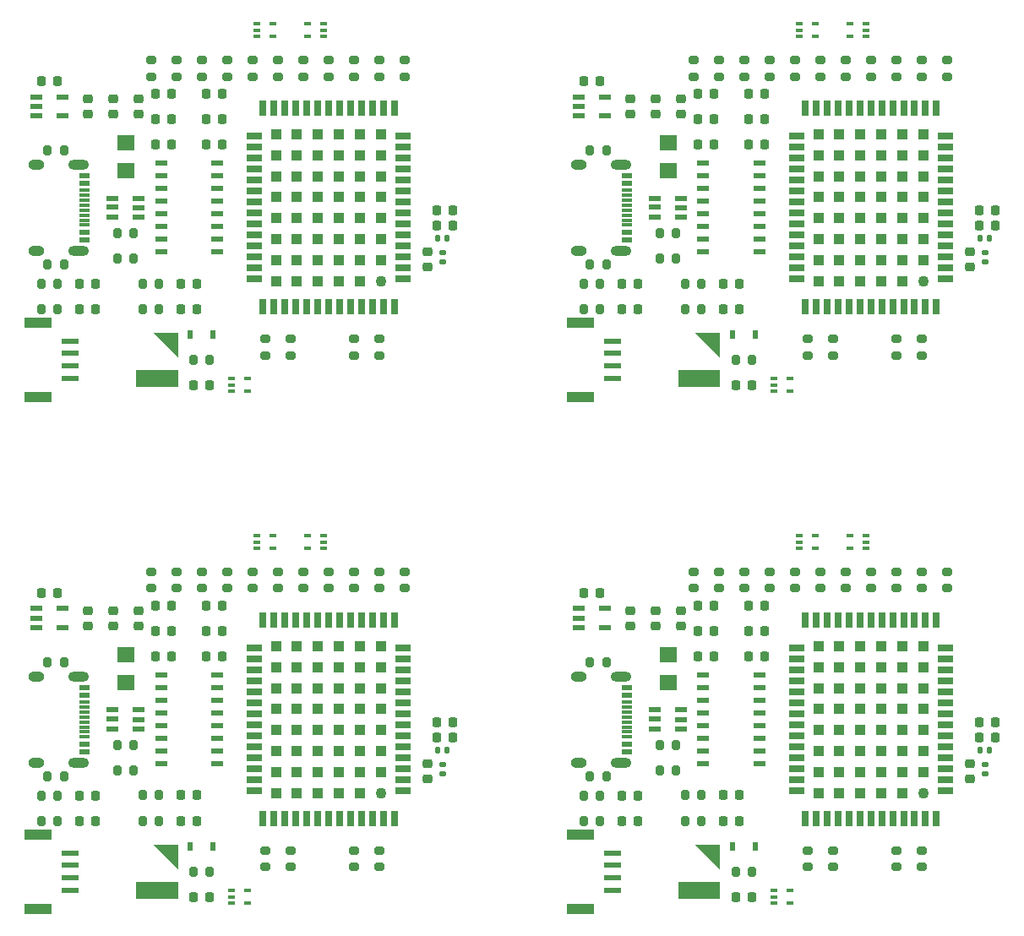
<source format=gtp>
%TF.GenerationSoftware,KiCad,Pcbnew,7.0.6*%
%TF.CreationDate,2023-09-13T14:16:39-06:00*%
%TF.ProjectId,SparkFun_GNSS_UM980_panelized,53706172-6b46-4756-9e5f-474e53535f55,rev?*%
%TF.SameCoordinates,Original*%
%TF.FileFunction,Paste,Top*%
%TF.FilePolarity,Positive*%
%FSLAX46Y46*%
G04 Gerber Fmt 4.6, Leading zero omitted, Abs format (unit mm)*
G04 Created by KiCad (PCBNEW 7.0.6) date 2023-09-13 14:16:39*
%MOMM*%
%LPD*%
G01*
G04 APERTURE LIST*
G04 Aperture macros list*
%AMRoundRect*
0 Rectangle with rounded corners*
0 $1 Rounding radius*
0 $2 $3 $4 $5 $6 $7 $8 $9 X,Y pos of 4 corners*
0 Add a 4 corners polygon primitive as box body*
4,1,4,$2,$3,$4,$5,$6,$7,$8,$9,$2,$3,0*
0 Add four circle primitives for the rounded corners*
1,1,$1+$1,$2,$3*
1,1,$1+$1,$4,$5*
1,1,$1+$1,$6,$7*
1,1,$1+$1,$8,$9*
0 Add four rect primitives between the rounded corners*
20,1,$1+$1,$2,$3,$4,$5,0*
20,1,$1+$1,$4,$5,$6,$7,0*
20,1,$1+$1,$6,$7,$8,$9,0*
20,1,$1+$1,$8,$9,$2,$3,0*%
G04 Aperture macros list end*
%ADD10R,1.500000X0.800000*%
%ADD11R,0.800000X1.500000*%
%ADD12R,1.100000X1.100000*%
%ADD13C,1.100000*%
%ADD14RoundRect,0.225000X-0.225000X-0.250000X0.225000X-0.250000X0.225000X0.250000X-0.225000X0.250000X0*%
%ADD15RoundRect,0.140000X0.170000X-0.140000X0.170000X0.140000X-0.170000X0.140000X-0.170000X-0.140000X0*%
%ADD16RoundRect,0.200000X-0.200000X-0.275000X0.200000X-0.275000X0.200000X0.275000X-0.200000X0.275000X0*%
%ADD17RoundRect,0.140000X0.140000X0.170000X-0.140000X0.170000X-0.140000X-0.170000X0.140000X-0.170000X0*%
%ADD18RoundRect,0.200000X-0.275000X0.200000X-0.275000X-0.200000X0.275000X-0.200000X0.275000X0.200000X0*%
%ADD19RoundRect,0.225000X0.225000X0.250000X-0.225000X0.250000X-0.225000X-0.250000X0.225000X-0.250000X0*%
%ADD20RoundRect,0.200000X0.275000X-0.200000X0.275000X0.200000X-0.275000X0.200000X-0.275000X-0.200000X0*%
%ADD21R,1.200000X0.550000*%
%ADD22R,0.700000X0.300000*%
%ADD23RoundRect,0.225000X-0.250000X0.225000X-0.250000X-0.225000X0.250000X-0.225000X0.250000X0.225000X0*%
%ADD24RoundRect,0.218750X0.218750X0.256250X-0.218750X0.256250X-0.218750X-0.256250X0.218750X-0.256250X0*%
%ADD25R,1.800000X1.600000*%
%ADD26RoundRect,0.200000X0.200000X0.275000X-0.200000X0.275000X-0.200000X-0.275000X0.200000X-0.275000X0*%
%ADD27R,1.200000X0.600000*%
%ADD28R,0.630000X0.830000*%
%ADD29R,1.700000X0.600000*%
%ADD30R,2.700000X1.000000*%
%ADD31R,1.000000X0.300000*%
%ADD32R,1.000000X0.600000*%
%ADD33O,1.600000X1.000000*%
%ADD34O,2.100000X1.000000*%
G04 APERTURE END LIST*
%TO.C,BT1*%
G36*
X69753000Y61679645D02*
G01*
X67267645Y64165000D01*
X69753000Y64165000D01*
X69753000Y61679645D01*
G37*
G36*
X69748000Y58760000D02*
G01*
X65548000Y58760000D01*
X65548000Y60460000D01*
X69748000Y60460000D01*
X69748000Y58760000D01*
G37*
G36*
X69753000Y10379645D02*
G01*
X67267645Y12865000D01*
X69753000Y12865000D01*
X69753000Y10379645D01*
G37*
G36*
X69748000Y7460000D02*
G01*
X65548000Y7460000D01*
X65548000Y9160000D01*
X69748000Y9160000D01*
X69748000Y7460000D01*
G37*
G36*
X15405000Y61679645D02*
G01*
X12919645Y64165000D01*
X15405000Y64165000D01*
X15405000Y61679645D01*
G37*
G36*
X15400000Y58760000D02*
G01*
X11200000Y58760000D01*
X11200000Y60460000D01*
X15400000Y60460000D01*
X15400000Y58760000D01*
G37*
G36*
X15405000Y10379645D02*
G01*
X12919645Y12865000D01*
X15405000Y12865000D01*
X15405000Y10379645D01*
G37*
G36*
X15400000Y7460000D02*
G01*
X11200000Y7460000D01*
X11200000Y9160000D01*
X15400000Y9160000D01*
X15400000Y7460000D01*
G37*
%TD*%
D10*
%TO.C,U5*%
X92278000Y69550000D03*
X92278000Y70650000D03*
X92278000Y71750000D03*
X92278000Y72850000D03*
X92278000Y73950000D03*
X92278000Y75050000D03*
X92278000Y76150000D03*
X92278000Y77250000D03*
X92278000Y78350000D03*
X92278000Y79450000D03*
X92278000Y80550000D03*
X92278000Y81650000D03*
X92278000Y82750000D03*
X92278000Y83850000D03*
D11*
X91428000Y86650000D03*
X90328000Y86650000D03*
X89228000Y86650000D03*
X88128000Y86650000D03*
X87028000Y86650000D03*
X85928000Y86650000D03*
X84828000Y86650000D03*
X83728000Y86650000D03*
X82628000Y86650000D03*
X81528000Y86650000D03*
X80428000Y86650000D03*
X79328000Y86650000D03*
X78228000Y86650000D03*
D10*
X77378000Y83850000D03*
X77378000Y82750000D03*
X77378000Y81650000D03*
X77378000Y80550000D03*
X77378000Y79450000D03*
X77378000Y78350000D03*
X77378000Y77250000D03*
X77378000Y76150000D03*
X77378000Y75050000D03*
X77378000Y73950000D03*
X77378000Y72850000D03*
X77378000Y71750000D03*
X77378000Y70650000D03*
X77378000Y69550000D03*
D11*
X78228000Y66750000D03*
X79328000Y66750000D03*
X80428000Y66750000D03*
X81528000Y66750000D03*
X82628000Y66750000D03*
X83728000Y66750000D03*
X84828000Y66750000D03*
X85928000Y66750000D03*
X87028000Y66750000D03*
X88128000Y66750000D03*
X89228000Y66750000D03*
X90328000Y66750000D03*
X91428000Y66750000D03*
D12*
X79578000Y69350000D03*
X81678000Y69350000D03*
X83778000Y69350000D03*
X85878000Y69350000D03*
X87978000Y69350000D03*
D13*
X90078000Y69350000D03*
D12*
X79578000Y71450000D03*
X81678000Y71450000D03*
X83778000Y71450000D03*
X85878000Y71450000D03*
X87978000Y71450000D03*
X90078000Y71450000D03*
X79578000Y73550000D03*
X81678000Y73550000D03*
X83778000Y73550000D03*
X85878000Y73550000D03*
X87978000Y73550000D03*
X90078000Y73550000D03*
X79578000Y75650000D03*
X81678000Y75650000D03*
X83778000Y75650000D03*
X85878000Y75650000D03*
X87978000Y75650000D03*
X90078000Y75650000D03*
X79578000Y77750000D03*
X81678000Y77750000D03*
X83778000Y77750000D03*
X85878000Y77750000D03*
X87978000Y77750000D03*
X90078000Y77750000D03*
X79578000Y79850000D03*
X81678000Y79850000D03*
X83778000Y79850000D03*
X85878000Y79850000D03*
X87978000Y79850000D03*
X90078000Y79850000D03*
X79578000Y81950000D03*
X81678000Y81950000D03*
X83778000Y81950000D03*
X85878000Y81950000D03*
X87978000Y81950000D03*
X90078000Y81950000D03*
X79578000Y84050000D03*
X81678000Y84050000D03*
X83778000Y84050000D03*
X85878000Y84050000D03*
X87978000Y84050000D03*
X90078000Y84050000D03*
%TD*%
D10*
%TO.C,U5*%
X92278000Y18250000D03*
X92278000Y19350000D03*
X92278000Y20450000D03*
X92278000Y21550000D03*
X92278000Y22650000D03*
X92278000Y23750000D03*
X92278000Y24850000D03*
X92278000Y25950000D03*
X92278000Y27050000D03*
X92278000Y28150000D03*
X92278000Y29250000D03*
X92278000Y30350000D03*
X92278000Y31450000D03*
X92278000Y32550000D03*
D11*
X91428000Y35350000D03*
X90328000Y35350000D03*
X89228000Y35350000D03*
X88128000Y35350000D03*
X87028000Y35350000D03*
X85928000Y35350000D03*
X84828000Y35350000D03*
X83728000Y35350000D03*
X82628000Y35350000D03*
X81528000Y35350000D03*
X80428000Y35350000D03*
X79328000Y35350000D03*
X78228000Y35350000D03*
D10*
X77378000Y32550000D03*
X77378000Y31450000D03*
X77378000Y30350000D03*
X77378000Y29250000D03*
X77378000Y28150000D03*
X77378000Y27050000D03*
X77378000Y25950000D03*
X77378000Y24850000D03*
X77378000Y23750000D03*
X77378000Y22650000D03*
X77378000Y21550000D03*
X77378000Y20450000D03*
X77378000Y19350000D03*
X77378000Y18250000D03*
D11*
X78228000Y15450000D03*
X79328000Y15450000D03*
X80428000Y15450000D03*
X81528000Y15450000D03*
X82628000Y15450000D03*
X83728000Y15450000D03*
X84828000Y15450000D03*
X85928000Y15450000D03*
X87028000Y15450000D03*
X88128000Y15450000D03*
X89228000Y15450000D03*
X90328000Y15450000D03*
X91428000Y15450000D03*
D12*
X79578000Y18050000D03*
X81678000Y18050000D03*
X83778000Y18050000D03*
X85878000Y18050000D03*
X87978000Y18050000D03*
D13*
X90078000Y18050000D03*
D12*
X79578000Y20150000D03*
X81678000Y20150000D03*
X83778000Y20150000D03*
X85878000Y20150000D03*
X87978000Y20150000D03*
X90078000Y20150000D03*
X79578000Y22250000D03*
X81678000Y22250000D03*
X83778000Y22250000D03*
X85878000Y22250000D03*
X87978000Y22250000D03*
X90078000Y22250000D03*
X79578000Y24350000D03*
X81678000Y24350000D03*
X83778000Y24350000D03*
X85878000Y24350000D03*
X87978000Y24350000D03*
X90078000Y24350000D03*
X79578000Y26450000D03*
X81678000Y26450000D03*
X83778000Y26450000D03*
X85878000Y26450000D03*
X87978000Y26450000D03*
X90078000Y26450000D03*
X79578000Y28550000D03*
X81678000Y28550000D03*
X83778000Y28550000D03*
X85878000Y28550000D03*
X87978000Y28550000D03*
X90078000Y28550000D03*
X79578000Y30650000D03*
X81678000Y30650000D03*
X83778000Y30650000D03*
X85878000Y30650000D03*
X87978000Y30650000D03*
X90078000Y30650000D03*
X79578000Y32750000D03*
X81678000Y32750000D03*
X83778000Y32750000D03*
X85878000Y32750000D03*
X87978000Y32750000D03*
X90078000Y32750000D03*
%TD*%
D10*
%TO.C,U5*%
X37930000Y69550000D03*
X37930000Y70650000D03*
X37930000Y71750000D03*
X37930000Y72850000D03*
X37930000Y73950000D03*
X37930000Y75050000D03*
X37930000Y76150000D03*
X37930000Y77250000D03*
X37930000Y78350000D03*
X37930000Y79450000D03*
X37930000Y80550000D03*
X37930000Y81650000D03*
X37930000Y82750000D03*
X37930000Y83850000D03*
D11*
X37080000Y86650000D03*
X35980000Y86650000D03*
X34880000Y86650000D03*
X33780000Y86650000D03*
X32680000Y86650000D03*
X31580000Y86650000D03*
X30480000Y86650000D03*
X29380000Y86650000D03*
X28280000Y86650000D03*
X27180000Y86650000D03*
X26080000Y86650000D03*
X24980000Y86650000D03*
X23880000Y86650000D03*
D10*
X23030000Y83850000D03*
X23030000Y82750000D03*
X23030000Y81650000D03*
X23030000Y80550000D03*
X23030000Y79450000D03*
X23030000Y78350000D03*
X23030000Y77250000D03*
X23030000Y76150000D03*
X23030000Y75050000D03*
X23030000Y73950000D03*
X23030000Y72850000D03*
X23030000Y71750000D03*
X23030000Y70650000D03*
X23030000Y69550000D03*
D11*
X23880000Y66750000D03*
X24980000Y66750000D03*
X26080000Y66750000D03*
X27180000Y66750000D03*
X28280000Y66750000D03*
X29380000Y66750000D03*
X30480000Y66750000D03*
X31580000Y66750000D03*
X32680000Y66750000D03*
X33780000Y66750000D03*
X34880000Y66750000D03*
X35980000Y66750000D03*
X37080000Y66750000D03*
D12*
X25230000Y69350000D03*
X27330000Y69350000D03*
X29430000Y69350000D03*
X31530000Y69350000D03*
X33630000Y69350000D03*
D13*
X35730000Y69350000D03*
D12*
X25230000Y71450000D03*
X27330000Y71450000D03*
X29430000Y71450000D03*
X31530000Y71450000D03*
X33630000Y71450000D03*
X35730000Y71450000D03*
X25230000Y73550000D03*
X27330000Y73550000D03*
X29430000Y73550000D03*
X31530000Y73550000D03*
X33630000Y73550000D03*
X35730000Y73550000D03*
X25230000Y75650000D03*
X27330000Y75650000D03*
X29430000Y75650000D03*
X31530000Y75650000D03*
X33630000Y75650000D03*
X35730000Y75650000D03*
X25230000Y77750000D03*
X27330000Y77750000D03*
X29430000Y77750000D03*
X31530000Y77750000D03*
X33630000Y77750000D03*
X35730000Y77750000D03*
X25230000Y79850000D03*
X27330000Y79850000D03*
X29430000Y79850000D03*
X31530000Y79850000D03*
X33630000Y79850000D03*
X35730000Y79850000D03*
X25230000Y81950000D03*
X27330000Y81950000D03*
X29430000Y81950000D03*
X31530000Y81950000D03*
X33630000Y81950000D03*
X35730000Y81950000D03*
X25230000Y84050000D03*
X27330000Y84050000D03*
X29430000Y84050000D03*
X31530000Y84050000D03*
X33630000Y84050000D03*
X35730000Y84050000D03*
%TD*%
D14*
%TO.C,C17*%
X72623000Y88130000D03*
X74173000Y88130000D03*
%TD*%
%TO.C,C17*%
X72623000Y36830000D03*
X74173000Y36830000D03*
%TD*%
%TO.C,C17*%
X18275000Y88130000D03*
X19825000Y88130000D03*
%TD*%
D15*
%TO.C,D6*%
X96258000Y71267000D03*
X96258000Y72227000D03*
%TD*%
%TO.C,D6*%
X96258000Y19967000D03*
X96258000Y20927000D03*
%TD*%
%TO.C,D6*%
X41910000Y71267000D03*
X41910000Y72227000D03*
%TD*%
D16*
%TO.C,R7*%
X71303000Y61460000D03*
X72953000Y61460000D03*
%TD*%
%TO.C,R7*%
X71303000Y10160000D03*
X72953000Y10160000D03*
%TD*%
%TO.C,R7*%
X16955000Y61460000D03*
X18605000Y61460000D03*
%TD*%
D17*
%TO.C,L1*%
X96738000Y73652000D03*
X95778000Y73652000D03*
%TD*%
%TO.C,L1*%
X96738000Y22352000D03*
X95778000Y22352000D03*
%TD*%
%TO.C,L1*%
X42390000Y73652000D03*
X41430000Y73652000D03*
%TD*%
D14*
%TO.C,C3*%
X71353000Y58920000D03*
X72903000Y58920000D03*
%TD*%
%TO.C,C3*%
X71353000Y7620000D03*
X72903000Y7620000D03*
%TD*%
%TO.C,C3*%
X17005000Y58920000D03*
X18555000Y58920000D03*
%TD*%
D18*
%TO.C,R30*%
X89908000Y63555000D03*
X89908000Y61905000D03*
%TD*%
%TO.C,R30*%
X89908000Y12255000D03*
X89908000Y10605000D03*
%TD*%
%TO.C,R30*%
X35560000Y63555000D03*
X35560000Y61905000D03*
%TD*%
D19*
%TO.C,C13*%
X69093000Y83050000D03*
X67543000Y83050000D03*
%TD*%
%TO.C,C13*%
X69093000Y31750000D03*
X67543000Y31750000D03*
%TD*%
%TO.C,C13*%
X14745000Y83050000D03*
X13195000Y83050000D03*
%TD*%
D20*
%TO.C,R17*%
X77208000Y89845000D03*
X77208000Y91495000D03*
%TD*%
%TO.C,R17*%
X77208000Y38545000D03*
X77208000Y40195000D03*
%TD*%
%TO.C,R17*%
X22860000Y89845000D03*
X22860000Y91495000D03*
%TD*%
D21*
%TO.C,U1*%
X65808100Y75750000D03*
X65808100Y76700000D03*
X65808100Y77650000D03*
X63207900Y77650000D03*
X63207900Y76750000D03*
X63207900Y75750000D03*
%TD*%
%TO.C,U1*%
X65808100Y24450000D03*
X65808100Y25400000D03*
X65808100Y26350000D03*
X63207900Y26350000D03*
X63207900Y25450000D03*
X63207900Y24450000D03*
%TD*%
%TO.C,U1*%
X11460100Y75750000D03*
X11460100Y76700000D03*
X11460100Y77650000D03*
X8859900Y77650000D03*
X8859900Y76750000D03*
X8859900Y75750000D03*
%TD*%
D14*
%TO.C,C1*%
X56113000Y89400000D03*
X57663000Y89400000D03*
%TD*%
%TO.C,C1*%
X56113000Y38100000D03*
X57663000Y38100000D03*
%TD*%
%TO.C,C1*%
X1765000Y89400000D03*
X3315000Y89400000D03*
%TD*%
D18*
%TO.C,R31*%
X87368000Y63555000D03*
X87368000Y61905000D03*
%TD*%
%TO.C,R31*%
X87368000Y12255000D03*
X87368000Y10605000D03*
%TD*%
%TO.C,R31*%
X33020000Y63555000D03*
X33020000Y61905000D03*
%TD*%
D20*
%TO.C,R32*%
X74668000Y89845000D03*
X74668000Y91495000D03*
%TD*%
%TO.C,R32*%
X74668000Y38545000D03*
X74668000Y40195000D03*
%TD*%
%TO.C,R32*%
X20320000Y89845000D03*
X20320000Y91495000D03*
%TD*%
D22*
%TO.C,D9*%
X75138000Y59570000D03*
X75138000Y58920000D03*
X75138000Y58270000D03*
X76738000Y58270000D03*
X76738000Y59570000D03*
%TD*%
%TO.C,D9*%
X75138000Y8270000D03*
X75138000Y7620000D03*
X75138000Y6970000D03*
X76738000Y6970000D03*
X76738000Y8270000D03*
%TD*%
%TO.C,D9*%
X20790000Y59570000D03*
X20790000Y58920000D03*
X20790000Y58270000D03*
X22390000Y58270000D03*
X22390000Y59570000D03*
%TD*%
D14*
%TO.C,C6*%
X95737000Y74922000D03*
X97287000Y74922000D03*
%TD*%
%TO.C,C6*%
X95737000Y23622000D03*
X97287000Y23622000D03*
%TD*%
%TO.C,C6*%
X41389000Y74922000D03*
X42939000Y74922000D03*
%TD*%
D22*
%TO.C,D11*%
X84358000Y93830000D03*
X84358000Y94480000D03*
X84358000Y95130000D03*
X82758000Y95130000D03*
X82758000Y93830000D03*
%TD*%
%TO.C,D11*%
X84358000Y42530000D03*
X84358000Y43180000D03*
X84358000Y43830000D03*
X82758000Y43830000D03*
X82758000Y42530000D03*
%TD*%
%TO.C,D11*%
X30010000Y93830000D03*
X30010000Y94480000D03*
X30010000Y95130000D03*
X28410000Y95130000D03*
X28410000Y93830000D03*
%TD*%
D20*
%TO.C,R14*%
X67048000Y89845000D03*
X67048000Y91495000D03*
%TD*%
%TO.C,R14*%
X67048000Y38545000D03*
X67048000Y40195000D03*
%TD*%
%TO.C,R14*%
X12700000Y89845000D03*
X12700000Y91495000D03*
%TD*%
D14*
%TO.C,C12*%
X72623000Y83050000D03*
X74173000Y83050000D03*
%TD*%
%TO.C,C12*%
X72623000Y31750000D03*
X74173000Y31750000D03*
%TD*%
%TO.C,C12*%
X18275000Y83050000D03*
X19825000Y83050000D03*
%TD*%
D22*
%TO.C,D10*%
X77678000Y95130000D03*
X77678000Y94480000D03*
X77678000Y93830000D03*
X79278000Y93830000D03*
X79278000Y95130000D03*
%TD*%
%TO.C,D10*%
X77678000Y43830000D03*
X77678000Y43180000D03*
X77678000Y42530000D03*
X79278000Y42530000D03*
X79278000Y43830000D03*
%TD*%
%TO.C,D10*%
X23330000Y95130000D03*
X23330000Y94480000D03*
X23330000Y93830000D03*
X24930000Y93830000D03*
X24930000Y95130000D03*
%TD*%
D23*
%TO.C,C7*%
X94734000Y72268000D03*
X94734000Y70718000D03*
%TD*%
%TO.C,C7*%
X94734000Y20968000D03*
X94734000Y19418000D03*
%TD*%
%TO.C,C7*%
X40386000Y72268000D03*
X40386000Y70718000D03*
%TD*%
D24*
%TO.C,D3*%
X71635500Y69100000D03*
X70060500Y69100000D03*
%TD*%
%TO.C,D3*%
X71635500Y17800000D03*
X70060500Y17800000D03*
%TD*%
%TO.C,D3*%
X17287500Y69100000D03*
X15712500Y69100000D03*
%TD*%
D25*
%TO.C,F1*%
X64508000Y80380000D03*
X64508000Y83180000D03*
%TD*%
%TO.C,F1*%
X64508000Y29080000D03*
X64508000Y31880000D03*
%TD*%
%TO.C,F1*%
X10160000Y80380000D03*
X10160000Y83180000D03*
%TD*%
D23*
%TO.C,C8*%
X65778000Y87635000D03*
X65778000Y86085000D03*
%TD*%
%TO.C,C8*%
X65778000Y36335000D03*
X65778000Y34785000D03*
%TD*%
%TO.C,C8*%
X11430000Y87635000D03*
X11430000Y86085000D03*
%TD*%
D20*
%TO.C,R27*%
X82288000Y89845000D03*
X82288000Y91495000D03*
%TD*%
%TO.C,R27*%
X82288000Y38545000D03*
X82288000Y40195000D03*
%TD*%
%TO.C,R27*%
X27940000Y89845000D03*
X27940000Y91495000D03*
%TD*%
D14*
%TO.C,C4*%
X95737000Y76446000D03*
X97287000Y76446000D03*
%TD*%
%TO.C,C4*%
X95737000Y25146000D03*
X97287000Y25146000D03*
%TD*%
%TO.C,C4*%
X41389000Y76446000D03*
X42939000Y76446000D03*
%TD*%
D21*
%TO.C,U2*%
X55587900Y87810000D03*
X55587900Y86860000D03*
X55587900Y85910000D03*
X58188100Y85910000D03*
X58188100Y87810000D03*
%TD*%
%TO.C,U2*%
X55587900Y36510000D03*
X55587900Y35560000D03*
X55587900Y34610000D03*
X58188100Y34610000D03*
X58188100Y36510000D03*
%TD*%
%TO.C,U2*%
X1239900Y87810000D03*
X1239900Y86860000D03*
X1239900Y85910000D03*
X3840100Y85910000D03*
X3840100Y87810000D03*
%TD*%
D26*
%TO.C,R1*%
X58348000Y70985000D03*
X56698000Y70985000D03*
%TD*%
%TO.C,R1*%
X58348000Y19685000D03*
X56698000Y19685000D03*
%TD*%
%TO.C,R1*%
X4000000Y70985000D03*
X2350000Y70985000D03*
%TD*%
D19*
%TO.C,C16*%
X69093000Y88130000D03*
X67543000Y88130000D03*
%TD*%
%TO.C,C16*%
X69093000Y36830000D03*
X67543000Y36830000D03*
%TD*%
%TO.C,C16*%
X14745000Y88130000D03*
X13195000Y88130000D03*
%TD*%
D14*
%TO.C,C15*%
X72623000Y85590000D03*
X74173000Y85590000D03*
%TD*%
%TO.C,C15*%
X72623000Y34290000D03*
X74173000Y34290000D03*
%TD*%
%TO.C,C15*%
X18275000Y85590000D03*
X19825000Y85590000D03*
%TD*%
D27*
%TO.C,U8*%
X68058000Y81145000D03*
X68058000Y79875000D03*
X68058000Y78605000D03*
X68058000Y77335000D03*
X68058000Y76065000D03*
X68058000Y74795000D03*
X68058000Y73525000D03*
X68058000Y72255000D03*
X73658000Y72255000D03*
X73658000Y73525000D03*
X73658000Y74795000D03*
X73658000Y76065000D03*
X73658000Y77335000D03*
X73658000Y78605000D03*
X73658000Y79875000D03*
X73658000Y81145000D03*
%TD*%
%TO.C,U8*%
X68058000Y29845000D03*
X68058000Y28575000D03*
X68058000Y27305000D03*
X68058000Y26035000D03*
X68058000Y24765000D03*
X68058000Y23495000D03*
X68058000Y22225000D03*
X68058000Y20955000D03*
X73658000Y20955000D03*
X73658000Y22225000D03*
X73658000Y23495000D03*
X73658000Y24765000D03*
X73658000Y26035000D03*
X73658000Y27305000D03*
X73658000Y28575000D03*
X73658000Y29845000D03*
%TD*%
%TO.C,U8*%
X13710000Y81145000D03*
X13710000Y79875000D03*
X13710000Y78605000D03*
X13710000Y77335000D03*
X13710000Y76065000D03*
X13710000Y74795000D03*
X13710000Y73525000D03*
X13710000Y72255000D03*
X19310000Y72255000D03*
X19310000Y73525000D03*
X19310000Y74795000D03*
X19310000Y76065000D03*
X19310000Y77335000D03*
X19310000Y78605000D03*
X19310000Y79875000D03*
X19310000Y81145000D03*
%TD*%
D20*
%TO.C,R33*%
X72128000Y89845000D03*
X72128000Y91495000D03*
%TD*%
%TO.C,R33*%
X72128000Y38545000D03*
X72128000Y40195000D03*
%TD*%
%TO.C,R33*%
X17780000Y89845000D03*
X17780000Y91495000D03*
%TD*%
D16*
%TO.C,R16*%
X63683000Y71620000D03*
X65333000Y71620000D03*
%TD*%
%TO.C,R16*%
X63683000Y20320000D03*
X65333000Y20320000D03*
%TD*%
%TO.C,R16*%
X9335000Y71620000D03*
X10985000Y71620000D03*
%TD*%
D14*
%TO.C,L2*%
X67543000Y85590000D03*
X69093000Y85590000D03*
%TD*%
%TO.C,L2*%
X67543000Y34290000D03*
X69093000Y34290000D03*
%TD*%
%TO.C,L2*%
X13195000Y85590000D03*
X14745000Y85590000D03*
%TD*%
D24*
%TO.C,D2*%
X71645500Y66540000D03*
X70070500Y66540000D03*
%TD*%
%TO.C,D2*%
X71645500Y15240000D03*
X70070500Y15240000D03*
%TD*%
%TO.C,D2*%
X17297500Y66540000D03*
X15722500Y66540000D03*
%TD*%
D23*
%TO.C,C2*%
X60698000Y87635000D03*
X60698000Y86085000D03*
%TD*%
%TO.C,C2*%
X60698000Y36335000D03*
X60698000Y34785000D03*
%TD*%
%TO.C,C2*%
X6350000Y87635000D03*
X6350000Y86085000D03*
%TD*%
D16*
%TO.C,R4*%
X56063000Y69080000D03*
X57713000Y69080000D03*
%TD*%
%TO.C,R4*%
X56063000Y17780000D03*
X57713000Y17780000D03*
%TD*%
%TO.C,R4*%
X1715000Y69080000D03*
X3365000Y69080000D03*
%TD*%
D24*
%TO.C,D1*%
X61485500Y69080000D03*
X59910500Y69080000D03*
%TD*%
%TO.C,D1*%
X61485500Y17780000D03*
X59910500Y17780000D03*
%TD*%
%TO.C,D1*%
X7137500Y69080000D03*
X5562500Y69080000D03*
%TD*%
D16*
%TO.C,R5*%
X56063000Y66540000D03*
X57713000Y66540000D03*
%TD*%
%TO.C,R5*%
X56063000Y15240000D03*
X57713000Y15240000D03*
%TD*%
%TO.C,R5*%
X1715000Y66540000D03*
X3365000Y66540000D03*
%TD*%
D26*
%TO.C,R2*%
X58348000Y82415000D03*
X56698000Y82415000D03*
%TD*%
%TO.C,R2*%
X58348000Y31115000D03*
X56698000Y31115000D03*
%TD*%
%TO.C,R2*%
X4000000Y82415000D03*
X2350000Y82415000D03*
%TD*%
D20*
%TO.C,R13*%
X69588000Y89845000D03*
X69588000Y91495000D03*
%TD*%
%TO.C,R13*%
X69588000Y38545000D03*
X69588000Y40195000D03*
%TD*%
%TO.C,R13*%
X15240000Y89845000D03*
X15240000Y91495000D03*
%TD*%
D28*
%TO.C,D5*%
X70978000Y64000000D03*
X73278000Y64000000D03*
%TD*%
%TO.C,D5*%
X70978000Y12700000D03*
X73278000Y12700000D03*
%TD*%
%TO.C,D5*%
X16630000Y64000000D03*
X18930000Y64000000D03*
%TD*%
D18*
%TO.C,R19*%
X78478000Y63555000D03*
X78478000Y61905000D03*
%TD*%
%TO.C,R19*%
X78478000Y12255000D03*
X78478000Y10605000D03*
%TD*%
%TO.C,R19*%
X24130000Y63555000D03*
X24130000Y61905000D03*
%TD*%
D20*
%TO.C,R29*%
X87368000Y89845000D03*
X87368000Y91495000D03*
%TD*%
%TO.C,R29*%
X87368000Y38545000D03*
X87368000Y40195000D03*
%TD*%
%TO.C,R29*%
X33020000Y89845000D03*
X33020000Y91495000D03*
%TD*%
D29*
%TO.C,J6*%
X58918000Y63335000D03*
X58918000Y62085000D03*
X58918000Y60835000D03*
X58918000Y59585000D03*
D30*
X55718000Y57735000D03*
X55718000Y65185000D03*
%TD*%
D29*
%TO.C,J6*%
X58918000Y12035000D03*
X58918000Y10785000D03*
X58918000Y9535000D03*
X58918000Y8285000D03*
D30*
X55718000Y6435000D03*
X55718000Y13885000D03*
%TD*%
D29*
%TO.C,J6*%
X4570000Y63335000D03*
X4570000Y62085000D03*
X4570000Y60835000D03*
X4570000Y59585000D03*
D30*
X1370000Y57735000D03*
X1370000Y65185000D03*
%TD*%
D20*
%TO.C,R18*%
X79748000Y89845000D03*
X79748000Y91495000D03*
%TD*%
%TO.C,R18*%
X79748000Y38545000D03*
X79748000Y40195000D03*
%TD*%
%TO.C,R18*%
X25400000Y89845000D03*
X25400000Y91495000D03*
%TD*%
D18*
%TO.C,R20*%
X81018000Y63555000D03*
X81018000Y61905000D03*
%TD*%
%TO.C,R20*%
X81018000Y12255000D03*
X81018000Y10605000D03*
%TD*%
%TO.C,R20*%
X26670000Y63555000D03*
X26670000Y61905000D03*
%TD*%
D31*
%TO.C,J1*%
X60358000Y77950000D03*
X60358000Y76950000D03*
X60358000Y76450000D03*
X60358000Y75450000D03*
X60358000Y74950000D03*
X60358000Y75950000D03*
X60358000Y77450000D03*
X60358000Y78450000D03*
D32*
X60358000Y79925000D03*
X60358000Y73475000D03*
D33*
X55603000Y81018000D03*
D34*
X59783000Y81018000D03*
X59783000Y72382000D03*
D33*
X55603000Y72382000D03*
D32*
X60358000Y79150000D03*
X60358000Y74250000D03*
%TD*%
D31*
%TO.C,J1*%
X60358000Y26650000D03*
X60358000Y25650000D03*
X60358000Y25150000D03*
X60358000Y24150000D03*
X60358000Y23650000D03*
X60358000Y24650000D03*
X60358000Y26150000D03*
X60358000Y27150000D03*
D32*
X60358000Y28625000D03*
X60358000Y22175000D03*
D33*
X55603000Y29718000D03*
D34*
X59783000Y29718000D03*
X59783000Y21082000D03*
D33*
X55603000Y21082000D03*
D32*
X60358000Y27850000D03*
X60358000Y22950000D03*
%TD*%
D31*
%TO.C,J1*%
X6010000Y77950000D03*
X6010000Y76950000D03*
X6010000Y76450000D03*
X6010000Y75450000D03*
X6010000Y74950000D03*
X6010000Y75950000D03*
X6010000Y77450000D03*
X6010000Y78450000D03*
D32*
X6010000Y79925000D03*
X6010000Y73475000D03*
D33*
X1255000Y81018000D03*
D34*
X5435000Y81018000D03*
X5435000Y72382000D03*
D33*
X1255000Y72382000D03*
D32*
X6010000Y79150000D03*
X6010000Y74250000D03*
%TD*%
D16*
%TO.C,R15*%
X63683000Y74160000D03*
X65333000Y74160000D03*
%TD*%
%TO.C,R15*%
X63683000Y22860000D03*
X65333000Y22860000D03*
%TD*%
%TO.C,R15*%
X9335000Y74160000D03*
X10985000Y74160000D03*
%TD*%
%TO.C,R6*%
X66223000Y69100000D03*
X67873000Y69100000D03*
%TD*%
%TO.C,R6*%
X66223000Y17800000D03*
X67873000Y17800000D03*
%TD*%
%TO.C,R6*%
X11875000Y69100000D03*
X13525000Y69100000D03*
%TD*%
D23*
%TO.C,C5*%
X63238000Y87635000D03*
X63238000Y86085000D03*
%TD*%
%TO.C,C5*%
X63238000Y36335000D03*
X63238000Y34785000D03*
%TD*%
%TO.C,C5*%
X8890000Y87635000D03*
X8890000Y86085000D03*
%TD*%
D16*
%TO.C,R3*%
X66223000Y66540000D03*
X67873000Y66540000D03*
%TD*%
%TO.C,R3*%
X66223000Y15240000D03*
X67873000Y15240000D03*
%TD*%
%TO.C,R3*%
X11875000Y66540000D03*
X13525000Y66540000D03*
%TD*%
D20*
%TO.C,R34*%
X92448000Y89845000D03*
X92448000Y91495000D03*
%TD*%
%TO.C,R34*%
X92448000Y38545000D03*
X92448000Y40195000D03*
%TD*%
%TO.C,R34*%
X38100000Y89845000D03*
X38100000Y91495000D03*
%TD*%
%TO.C,R28*%
X84828000Y89845000D03*
X84828000Y91495000D03*
%TD*%
%TO.C,R28*%
X84828000Y38545000D03*
X84828000Y40195000D03*
%TD*%
%TO.C,R28*%
X30480000Y89845000D03*
X30480000Y91495000D03*
%TD*%
%TO.C,R12*%
X89908000Y89845000D03*
X89908000Y91495000D03*
%TD*%
%TO.C,R12*%
X89908000Y38545000D03*
X89908000Y40195000D03*
%TD*%
%TO.C,R12*%
X35560000Y89845000D03*
X35560000Y91495000D03*
%TD*%
D24*
%TO.C,D4*%
X61485500Y66540000D03*
X59910500Y66540000D03*
%TD*%
%TO.C,D4*%
X61485500Y15240000D03*
X59910500Y15240000D03*
%TD*%
%TO.C,D4*%
X7137500Y66540000D03*
X5562500Y66540000D03*
%TD*%
%TO.C,D4*%
X7137500Y15240000D03*
X5562500Y15240000D03*
%TD*%
D20*
%TO.C,R12*%
X35560000Y38545000D03*
X35560000Y40195000D03*
%TD*%
%TO.C,R28*%
X30480000Y38545000D03*
X30480000Y40195000D03*
%TD*%
%TO.C,R34*%
X38100000Y38545000D03*
X38100000Y40195000D03*
%TD*%
D16*
%TO.C,R3*%
X11875000Y15240000D03*
X13525000Y15240000D03*
%TD*%
D23*
%TO.C,C5*%
X8890000Y36335000D03*
X8890000Y34785000D03*
%TD*%
D16*
%TO.C,R6*%
X11875000Y17800000D03*
X13525000Y17800000D03*
%TD*%
%TO.C,R15*%
X9335000Y22860000D03*
X10985000Y22860000D03*
%TD*%
D31*
%TO.C,J1*%
X6010000Y26650000D03*
X6010000Y25650000D03*
X6010000Y25150000D03*
X6010000Y24150000D03*
X6010000Y23650000D03*
X6010000Y24650000D03*
X6010000Y26150000D03*
X6010000Y27150000D03*
D32*
X6010000Y28625000D03*
X6010000Y22175000D03*
D33*
X1255000Y29718000D03*
D34*
X5435000Y29718000D03*
X5435000Y21082000D03*
D33*
X1255000Y21082000D03*
D32*
X6010000Y27850000D03*
X6010000Y22950000D03*
%TD*%
D18*
%TO.C,R20*%
X26670000Y12255000D03*
X26670000Y10605000D03*
%TD*%
D20*
%TO.C,R18*%
X25400000Y38545000D03*
X25400000Y40195000D03*
%TD*%
D29*
%TO.C,J6*%
X4570000Y12035000D03*
X4570000Y10785000D03*
X4570000Y9535000D03*
X4570000Y8285000D03*
D30*
X1370000Y6435000D03*
X1370000Y13885000D03*
%TD*%
D20*
%TO.C,R29*%
X33020000Y38545000D03*
X33020000Y40195000D03*
%TD*%
D18*
%TO.C,R19*%
X24130000Y12255000D03*
X24130000Y10605000D03*
%TD*%
D28*
%TO.C,D5*%
X16630000Y12700000D03*
X18930000Y12700000D03*
%TD*%
D20*
%TO.C,R13*%
X15240000Y38545000D03*
X15240000Y40195000D03*
%TD*%
D26*
%TO.C,R2*%
X4000000Y31115000D03*
X2350000Y31115000D03*
%TD*%
D16*
%TO.C,R5*%
X1715000Y15240000D03*
X3365000Y15240000D03*
%TD*%
D24*
%TO.C,D1*%
X7137500Y17780000D03*
X5562500Y17780000D03*
%TD*%
D16*
%TO.C,R4*%
X1715000Y17780000D03*
X3365000Y17780000D03*
%TD*%
D23*
%TO.C,C2*%
X6350000Y36335000D03*
X6350000Y34785000D03*
%TD*%
D24*
%TO.C,D2*%
X17297500Y15240000D03*
X15722500Y15240000D03*
%TD*%
D14*
%TO.C,L2*%
X13195000Y34290000D03*
X14745000Y34290000D03*
%TD*%
D16*
%TO.C,R16*%
X9335000Y20320000D03*
X10985000Y20320000D03*
%TD*%
D20*
%TO.C,R33*%
X17780000Y38545000D03*
X17780000Y40195000D03*
%TD*%
D27*
%TO.C,U8*%
X13710000Y29845000D03*
X13710000Y28575000D03*
X13710000Y27305000D03*
X13710000Y26035000D03*
X13710000Y24765000D03*
X13710000Y23495000D03*
X13710000Y22225000D03*
X13710000Y20955000D03*
X19310000Y20955000D03*
X19310000Y22225000D03*
X19310000Y23495000D03*
X19310000Y24765000D03*
X19310000Y26035000D03*
X19310000Y27305000D03*
X19310000Y28575000D03*
X19310000Y29845000D03*
%TD*%
D14*
%TO.C,C15*%
X18275000Y34290000D03*
X19825000Y34290000D03*
%TD*%
D19*
%TO.C,C16*%
X14745000Y36830000D03*
X13195000Y36830000D03*
%TD*%
D26*
%TO.C,R1*%
X4000000Y19685000D03*
X2350000Y19685000D03*
%TD*%
D21*
%TO.C,U2*%
X1239900Y36510000D03*
X1239900Y35560000D03*
X1239900Y34610000D03*
X3840100Y34610000D03*
X3840100Y36510000D03*
%TD*%
D14*
%TO.C,C4*%
X41389000Y25146000D03*
X42939000Y25146000D03*
%TD*%
D20*
%TO.C,R27*%
X27940000Y38545000D03*
X27940000Y40195000D03*
%TD*%
D23*
%TO.C,C8*%
X11430000Y36335000D03*
X11430000Y34785000D03*
%TD*%
D25*
%TO.C,F1*%
X10160000Y29080000D03*
X10160000Y31880000D03*
%TD*%
D24*
%TO.C,D3*%
X17287500Y17800000D03*
X15712500Y17800000D03*
%TD*%
D23*
%TO.C,C7*%
X40386000Y20968000D03*
X40386000Y19418000D03*
%TD*%
D22*
%TO.C,D10*%
X23330000Y43830000D03*
X23330000Y43180000D03*
X23330000Y42530000D03*
X24930000Y42530000D03*
X24930000Y43830000D03*
%TD*%
D14*
%TO.C,C12*%
X18275000Y31750000D03*
X19825000Y31750000D03*
%TD*%
D20*
%TO.C,R14*%
X12700000Y38545000D03*
X12700000Y40195000D03*
%TD*%
D22*
%TO.C,D11*%
X30010000Y42530000D03*
X30010000Y43180000D03*
X30010000Y43830000D03*
X28410000Y43830000D03*
X28410000Y42530000D03*
%TD*%
D14*
%TO.C,C6*%
X41389000Y23622000D03*
X42939000Y23622000D03*
%TD*%
D22*
%TO.C,D9*%
X20790000Y8270000D03*
X20790000Y7620000D03*
X20790000Y6970000D03*
X22390000Y6970000D03*
X22390000Y8270000D03*
%TD*%
D20*
%TO.C,R32*%
X20320000Y38545000D03*
X20320000Y40195000D03*
%TD*%
D18*
%TO.C,R31*%
X33020000Y12255000D03*
X33020000Y10605000D03*
%TD*%
D14*
%TO.C,C1*%
X1765000Y38100000D03*
X3315000Y38100000D03*
%TD*%
D21*
%TO.C,U1*%
X11460100Y24450000D03*
X11460100Y25400000D03*
X11460100Y26350000D03*
X8859900Y26350000D03*
X8859900Y25450000D03*
X8859900Y24450000D03*
%TD*%
D20*
%TO.C,R17*%
X22860000Y38545000D03*
X22860000Y40195000D03*
%TD*%
D19*
%TO.C,C13*%
X14745000Y31750000D03*
X13195000Y31750000D03*
%TD*%
D18*
%TO.C,R30*%
X35560000Y12255000D03*
X35560000Y10605000D03*
%TD*%
D14*
%TO.C,C3*%
X17005000Y7620000D03*
X18555000Y7620000D03*
%TD*%
D17*
%TO.C,L1*%
X42390000Y22352000D03*
X41430000Y22352000D03*
%TD*%
D16*
%TO.C,R7*%
X16955000Y10160000D03*
X18605000Y10160000D03*
%TD*%
D15*
%TO.C,D6*%
X41910000Y19967000D03*
X41910000Y20927000D03*
%TD*%
D14*
%TO.C,C17*%
X18275000Y36830000D03*
X19825000Y36830000D03*
%TD*%
D10*
%TO.C,U5*%
X37930000Y18250000D03*
X37930000Y19350000D03*
X37930000Y20450000D03*
X37930000Y21550000D03*
X37930000Y22650000D03*
X37930000Y23750000D03*
X37930000Y24850000D03*
X37930000Y25950000D03*
X37930000Y27050000D03*
X37930000Y28150000D03*
X37930000Y29250000D03*
X37930000Y30350000D03*
X37930000Y31450000D03*
X37930000Y32550000D03*
D11*
X37080000Y35350000D03*
X35980000Y35350000D03*
X34880000Y35350000D03*
X33780000Y35350000D03*
X32680000Y35350000D03*
X31580000Y35350000D03*
X30480000Y35350000D03*
X29380000Y35350000D03*
X28280000Y35350000D03*
X27180000Y35350000D03*
X26080000Y35350000D03*
X24980000Y35350000D03*
X23880000Y35350000D03*
D10*
X23030000Y32550000D03*
X23030000Y31450000D03*
X23030000Y30350000D03*
X23030000Y29250000D03*
X23030000Y28150000D03*
X23030000Y27050000D03*
X23030000Y25950000D03*
X23030000Y24850000D03*
X23030000Y23750000D03*
X23030000Y22650000D03*
X23030000Y21550000D03*
X23030000Y20450000D03*
X23030000Y19350000D03*
X23030000Y18250000D03*
D11*
X23880000Y15450000D03*
X24980000Y15450000D03*
X26080000Y15450000D03*
X27180000Y15450000D03*
X28280000Y15450000D03*
X29380000Y15450000D03*
X30480000Y15450000D03*
X31580000Y15450000D03*
X32680000Y15450000D03*
X33780000Y15450000D03*
X34880000Y15450000D03*
X35980000Y15450000D03*
X37080000Y15450000D03*
D12*
X25230000Y18050000D03*
X27330000Y18050000D03*
X29430000Y18050000D03*
X31530000Y18050000D03*
X33630000Y18050000D03*
D13*
X35730000Y18050000D03*
D12*
X25230000Y20150000D03*
X27330000Y20150000D03*
X29430000Y20150000D03*
X31530000Y20150000D03*
X33630000Y20150000D03*
X35730000Y20150000D03*
X25230000Y22250000D03*
X27330000Y22250000D03*
X29430000Y22250000D03*
X31530000Y22250000D03*
X33630000Y22250000D03*
X35730000Y22250000D03*
X25230000Y24350000D03*
X27330000Y24350000D03*
X29430000Y24350000D03*
X31530000Y24350000D03*
X33630000Y24350000D03*
X35730000Y24350000D03*
X25230000Y26450000D03*
X27330000Y26450000D03*
X29430000Y26450000D03*
X31530000Y26450000D03*
X33630000Y26450000D03*
X35730000Y26450000D03*
X25230000Y28550000D03*
X27330000Y28550000D03*
X29430000Y28550000D03*
X31530000Y28550000D03*
X33630000Y28550000D03*
X35730000Y28550000D03*
X25230000Y30650000D03*
X27330000Y30650000D03*
X29430000Y30650000D03*
X31530000Y30650000D03*
X33630000Y30650000D03*
X35730000Y30650000D03*
X25230000Y32750000D03*
X27330000Y32750000D03*
X29430000Y32750000D03*
X31530000Y32750000D03*
X33630000Y32750000D03*
X35730000Y32750000D03*
%TD*%
M02*

</source>
